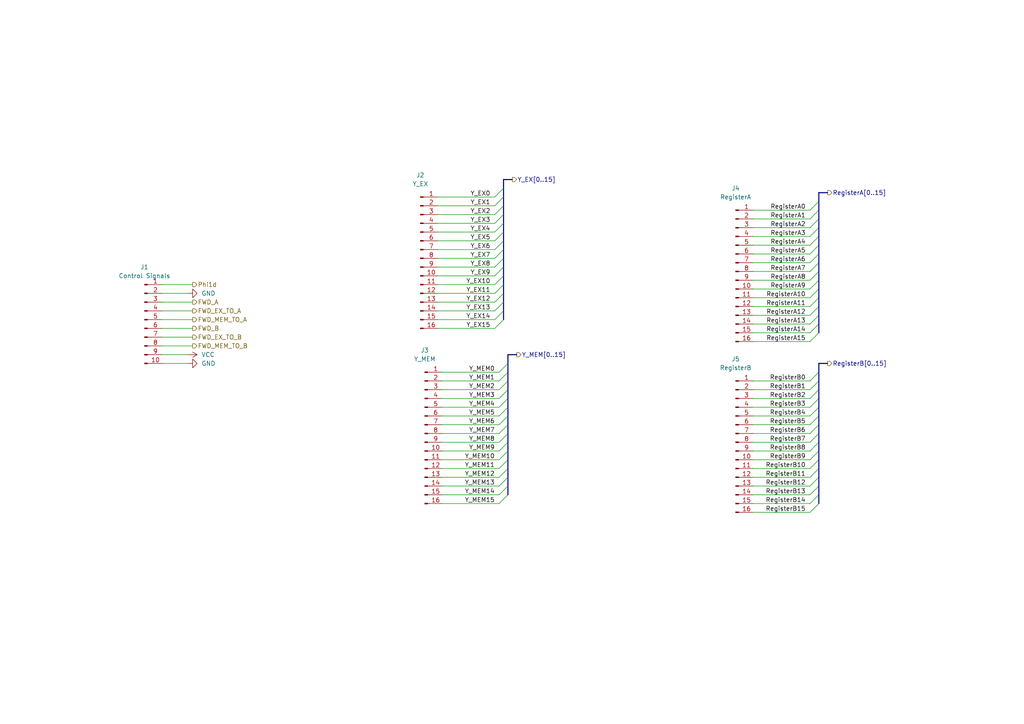
<source format=kicad_sch>
(kicad_sch (version 20250114) (generator "eeschema") (generator_version "9.0")
  (paper "A4")
  (title_block (date "2022-04-13") (rev "A"))
  (lib_symbols
    (symbol "Connector:Conn_01x10_Male" (pin_names (offset 1.016) (hide yes))
      (property "Reference" "J" (at 0 12.7 0))
      (property "Value" "Conn_01x10_Male" (at 0 -15.24 0))
      (symbol "Conn_01x10_Male_1_1"
        (rectangle (start 0.8636 10.287) (end 0 10.033) (stroke (width 0.1524)) (fill (type outline)))
        (rectangle (start 0.8636 7.747) (end 0 7.493) (stroke (width 0.1524)) (fill (type outline)))
        (rectangle (start 0.8636 5.207) (end 0 4.953) (stroke (width 0.1524)) (fill (type outline)))
        (rectangle (start 0.8636 2.667) (end 0 2.413) (stroke (width 0.1524)) (fill (type outline)))
        (rectangle (start 0.8636 0.127) (end 0 -0.127) (stroke (width 0.1524)) (fill (type outline)))
        (rectangle (start 0.8636 -2.413) (end 0 -2.667) (stroke (width 0.1524)) (fill (type outline)))
        (rectangle (start 0.8636 -4.953) (end 0 -5.207) (stroke (width 0.1524)) (fill (type outline)))
        (rectangle (start 0.8636 -7.493) (end 0 -7.747) (stroke (width 0.1524)) (fill (type outline)))
        (rectangle (start 0.8636 -10.033) (end 0 -10.287) (stroke (width 0.1524)) (fill (type outline)))
        (rectangle (start 0.8636 -12.573) (end 0 -12.827) (stroke (width 0.1524)) (fill (type outline)))
        (polyline (pts (xy 1.27 10.16) (xy 0.8636 10.16)) (stroke (width 0.1524)))
        (polyline (pts (xy 1.27 7.62) (xy 0.8636 7.62)) (stroke (width 0.1524)))
        (polyline (pts (xy 1.27 5.08) (xy 0.8636 5.08)) (stroke (width 0.1524)))
        (polyline (pts (xy 1.27 2.54) (xy 0.8636 2.54)) (stroke (width 0.1524)))
        (polyline (pts (xy 1.27 0) (xy 0.8636 0)) (stroke (width 0.1524)))
        (polyline (pts (xy 1.27 -2.54) (xy 0.8636 -2.54)) (stroke (width 0.1524)))
        (polyline (pts (xy 1.27 -5.08) (xy 0.8636 -5.08)) (stroke (width 0.1524)))
        (polyline (pts (xy 1.27 -7.62) (xy 0.8636 -7.62)) (stroke (width 0.1524)))
        (polyline (pts (xy 1.27 -10.16) (xy 0.8636 -10.16)) (stroke (width 0.1524)))
        (polyline (pts (xy 1.27 -12.7) (xy 0.8636 -12.7)) (stroke (width 0.1524)))
        (pin passive line (at 5.08 10.16 180) (length 3.81) (name "Pin_1") (number "1"))
        (pin passive line (at 5.08 7.62 180) (length 3.81) (name "Pin_2") (number "2"))
        (pin passive line (at 5.08 5.08 180) (length 3.81) (name "Pin_3") (number "3"))
        (pin passive line (at 5.08 2.54 180) (length 3.81) (name "Pin_4") (number "4"))
        (pin passive line (at 5.08 0 180) (length 3.81) (name "Pin_5") (number "5"))
        (pin passive line (at 5.08 -2.54 180) (length 3.81) (name "Pin_6") (number "6"))
        (pin passive line (at 5.08 -5.08 180) (length 3.81) (name "Pin_7") (number "7"))
        (pin passive line (at 5.08 -7.62 180) (length 3.81) (name "Pin_8") (number "8"))
        (pin passive line (at 5.08 -10.16 180) (length 3.81) (name "Pin_9") (number "9"))
        (pin passive line (at 5.08 -12.7 180) (length 3.81) (name "Pin_10") (number "10"))
      )
    )
    (symbol "Connector:Conn_01x16_Male" (pin_names (offset 1.016) (hide yes))
      (property "Reference" "J" (at 0 20.32 0))
      (property "Value" "Conn_01x16_Male" (at 0 -22.86 0))
      (symbol "Conn_01x16_Male_1_1"
        (rectangle (start 0.8636 17.907) (end 0 17.653) (stroke (width 0.1524)) (fill (type outline)))
        (rectangle (start 0.8636 15.367) (end 0 15.113) (stroke (width 0.1524)) (fill (type outline)))
        (rectangle (start 0.8636 12.827) (end 0 12.573) (stroke (width 0.1524)) (fill (type outline)))
        (rectangle (start 0.8636 10.287) (end 0 10.033) (stroke (width 0.1524)) (fill (type outline)))
        (rectangle (start 0.8636 7.747) (end 0 7.493) (stroke (width 0.1524)) (fill (type outline)))
        (rectangle (start 0.8636 5.207) (end 0 4.953) (stroke (width 0.1524)) (fill (type outline)))
        (rectangle (start 0.8636 2.667) (end 0 2.413) (stroke (width 0.1524)) (fill (type outline)))
        (rectangle (start 0.8636 0.127) (end 0 -0.127) (stroke (width 0.1524)) (fill (type outline)))
        (rectangle (start 0.8636 -2.413) (end 0 -2.667) (stroke (width 0.1524)) (fill (type outline)))
        (rectangle (start 0.8636 -4.953) (end 0 -5.207) (stroke (width 0.1524)) (fill (type outline)))
        (rectangle (start 0.8636 -7.493) (end 0 -7.747) (stroke (width 0.1524)) (fill (type outline)))
        (rectangle (start 0.8636 -10.033) (end 0 -10.287) (stroke (width 0.1524)) (fill (type outline)))
        (rectangle (start 0.8636 -12.573) (end 0 -12.827) (stroke (width 0.1524)) (fill (type outline)))
        (rectangle (start 0.8636 -15.113) (end 0 -15.367) (stroke (width 0.1524)) (fill (type outline)))
        (rectangle (start 0.8636 -17.653) (end 0 -17.907) (stroke (width 0.1524)) (fill (type outline)))
        (rectangle (start 0.8636 -20.193) (end 0 -20.447) (stroke (width 0.1524)) (fill (type outline)))
        (polyline (pts (xy 1.27 17.78) (xy 0.8636 17.78)) (stroke (width 0.1524)))
        (polyline (pts (xy 1.27 15.24) (xy 0.8636 15.24)) (stroke (width 0.1524)))
        (polyline (pts (xy 1.27 12.7) (xy 0.8636 12.7)) (stroke (width 0.1524)))
        (polyline (pts (xy 1.27 10.16) (xy 0.8636 10.16)) (stroke (width 0.1524)))
        (polyline (pts (xy 1.27 7.62) (xy 0.8636 7.62)) (stroke (width 0.1524)))
        (polyline (pts (xy 1.27 5.08) (xy 0.8636 5.08)) (stroke (width 0.1524)))
        (polyline (pts (xy 1.27 2.54) (xy 0.8636 2.54)) (stroke (width 0.1524)))
        (polyline (pts (xy 1.27 0) (xy 0.8636 0)) (stroke (width 0.1524)))
        (polyline (pts (xy 1.27 -2.54) (xy 0.8636 -2.54)) (stroke (width 0.1524)))
        (polyline (pts (xy 1.27 -5.08) (xy 0.8636 -5.08)) (stroke (width 0.1524)))
        (polyline (pts (xy 1.27 -7.62) (xy 0.8636 -7.62)) (stroke (width 0.1524)))
        (polyline (pts (xy 1.27 -10.16) (xy 0.8636 -10.16)) (stroke (width 0.1524)))
        (polyline (pts (xy 1.27 -12.7) (xy 0.8636 -12.7)) (stroke (width 0.1524)))
        (polyline (pts (xy 1.27 -15.24) (xy 0.8636 -15.24)) (stroke (width 0.1524)))
        (polyline (pts (xy 1.27 -17.78) (xy 0.8636 -17.78)) (stroke (width 0.1524)))
        (polyline (pts (xy 1.27 -20.32) (xy 0.8636 -20.32)) (stroke (width 0.1524)))
        (pin passive line (at 5.08 17.78 180) (length 3.81) (name "Pin_1") (number "1"))
        (pin passive line (at 5.08 15.24 180) (length 3.81) (name "Pin_2") (number "2"))
        (pin passive line (at 5.08 12.7 180) (length 3.81) (name "Pin_3") (number "3"))
        (pin passive line (at 5.08 10.16 180) (length 3.81) (name "Pin_4") (number "4"))
        (pin passive line (at 5.08 7.62 180) (length 3.81) (name "Pin_5") (number "5"))
        (pin passive line (at 5.08 5.08 180) (length 3.81) (name "Pin_6") (number "6"))
        (pin passive line (at 5.08 2.54 180) (length 3.81) (name "Pin_7") (number "7"))
        (pin passive line (at 5.08 0 180) (length 3.81) (name "Pin_8") (number "8"))
        (pin passive line (at 5.08 -2.54 180) (length 3.81) (name "Pin_9") (number "9"))
        (pin passive line (at 5.08 -5.08 180) (length 3.81) (name "Pin_10") (number "10"))
        (pin passive line (at 5.08 -7.62 180) (length 3.81) (name "Pin_11") (number "11"))
        (pin passive line (at 5.08 -10.16 180) (length 3.81) (name "Pin_12") (number "12"))
        (pin passive line (at 5.08 -12.7 180) (length 3.81) (name "Pin_13") (number "13"))
        (pin passive line (at 5.08 -15.24 180) (length 3.81) (name "Pin_14") (number "14"))
        (pin passive line (at 5.08 -17.78 180) (length 3.81) (name "Pin_15") (number "15"))
        (pin passive line (at 5.08 -20.32 180) (length 3.81) (name "Pin_16") (number "16"))
      )
    )
    (symbol "power:GND" (power) (pin_names (offset 0))
      (property "Value" "GND" (at 0 -3.81 0))
      (symbol "GND_0_1"
        (polyline (pts (xy 0 0) (xy 0 -1.27) (xy 1.27 -1.27) (xy 0 -2.54) (xy -1.27 -1.27) (xy 0 -1.27)))
      )
      (symbol "GND_1_1"
        (pin power_in line (at 0 0 270) (length 0) (hide yes) (name "GND") (number "1"))
      )
    )
    (symbol "power:VCC" (power) (pin_names (offset 0))
      (property "Value" "VCC" (at 0 3.81 0))
      (symbol "VCC_0_1"
        (polyline (pts (xy -0.762 1.27) (xy 0 2.54)))
        (polyline (pts (xy 0 2.54) (xy 0.762 1.27)))
        (polyline (pts (xy 0 0) (xy 0 2.54)))
      )
      (symbol "VCC_1_1"
        (pin power_in line (at 0 0 90) (length 0) (hide yes) (name "VCC") (number "1"))
      )
    )
  )
  (bus_entry (at 146.05 85.09) (size -2.54 2.54))
  (bus_entry (at 237.49 135.89) (size -2.54 2.54))
  (bus_entry (at 237.49 68.58) (size -2.54 2.54))
  (bus_entry (at 237.49 146.05) (size -2.54 2.54))
  (bus_entry (at 146.05 90.17) (size -2.54 2.54))
  (bus_entry (at 146.05 82.55) (size -2.54 2.54))
  (bus_entry (at 146.05 72.39) (size -2.54 2.54))
  (bus_entry (at 237.49 118.11) (size -2.54 2.54))
  (bus_entry (at 237.49 86.36) (size -2.54 2.54))
  (bus_entry (at 146.05 64.77) (size -2.54 2.54))
  (bus_entry (at 237.49 78.74) (size -2.54 2.54))
  (bus_entry (at 237.49 81.28) (size -2.54 2.54))
  (bus_entry (at 237.49 138.43) (size -2.54 2.54))
  (bus_entry (at 147.32 143.51) (size -2.54 2.54))
  (bus_entry (at 147.32 115.57) (size -2.54 2.54))
  (bus_entry (at 237.49 113.03) (size -2.54 2.54))
  (bus_entry (at 146.05 59.69) (size -2.54 2.54))
  (bus_entry (at 237.49 107.95) (size -2.54 2.54))
  (bus_entry (at 147.32 113.03) (size -2.54 2.54))
  (bus_entry (at 146.05 67.31) (size -2.54 2.54))
  (bus_entry (at 237.49 120.65) (size -2.54 2.54))
  (bus_entry (at 237.49 93.98) (size -2.54 2.54))
  (bus_entry (at 237.49 76.2) (size -2.54 2.54))
  (bus_entry (at 237.49 73.66) (size -2.54 2.54))
  (bus_entry (at 146.05 62.23) (size -2.54 2.54))
  (bus_entry (at 237.49 140.97) (size -2.54 2.54))
  (bus_entry (at 147.32 107.95) (size -2.54 2.54))
  (bus_entry (at 146.05 87.63) (size -2.54 2.54))
  (bus_entry (at 237.49 88.9) (size -2.54 2.54))
  (bus_entry (at 147.32 118.11) (size -2.54 2.54))
  (bus_entry (at 147.32 133.35) (size -2.54 2.54))
  (bus_entry (at 147.32 138.43) (size -2.54 2.54))
  (bus_entry (at 237.49 115.57) (size -2.54 2.54))
  (bus_entry (at 237.49 66.04) (size -2.54 2.54))
  (bus_entry (at 146.05 74.93) (size -2.54 2.54))
  (bus_entry (at 237.49 58.42) (size -2.54 2.54))
  (bus_entry (at 237.49 133.35) (size -2.54 2.54))
  (bus_entry (at 146.05 80.01) (size -2.54 2.54))
  (bus_entry (at 237.49 125.73) (size -2.54 2.54))
  (bus_entry (at 237.49 110.49) (size -2.54 2.54))
  (bus_entry (at 147.32 110.49) (size -2.54 2.54))
  (bus_entry (at 147.32 105.41) (size -2.54 2.54))
  (bus_entry (at 146.05 54.61) (size -2.54 2.54))
  (bus_entry (at 237.49 60.96) (size -2.54 2.54))
  (bus_entry (at 237.49 123.19) (size -2.54 2.54))
  (bus_entry (at 147.32 135.89) (size -2.54 2.54))
  (bus_entry (at 147.32 130.81) (size -2.54 2.54))
  (bus_entry (at 237.49 91.44) (size -2.54 2.54))
  (bus_entry (at 147.32 120.65) (size -2.54 2.54))
  (bus_entry (at 147.32 125.73) (size -2.54 2.54))
  (bus_entry (at 237.49 130.81) (size -2.54 2.54))
  (bus_entry (at 146.05 77.47) (size -2.54 2.54))
  (bus_entry (at 237.49 71.12) (size -2.54 2.54))
  (bus_entry (at 146.05 92.71) (size -2.54 2.54))
  (bus_entry (at 237.49 83.82) (size -2.54 2.54))
  (bus_entry (at 237.49 128.27) (size -2.54 2.54))
  (bus_entry (at 146.05 57.15) (size -2.54 2.54))
  (bus_entry (at 237.49 63.5) (size -2.54 2.54))
  (bus_entry (at 237.49 143.51) (size -2.54 2.54))
  (bus_entry (at 237.49 96.52) (size -2.54 2.54))
  (bus_entry (at 147.32 140.97) (size -2.54 2.54))
  (bus_entry (at 147.32 128.27) (size -2.54 2.54))
  (bus_entry (at 147.32 123.19) (size -2.54 2.54))
  (bus_entry (at 146.05 69.85) (size -2.54 2.54))
  (wire (pts (xy 46.99 100.33) (xy 55.88 100.33)))
  (bus (pts (xy 147.32 135.89) (xy 147.32 138.43)))
  (bus (pts (xy 146.05 54.61) (xy 146.05 57.15)))
  (wire (pts (xy 143.51 92.71) (xy 127 92.71)))
  (wire (pts (xy 234.95 81.28) (xy 218.44 81.28)))
  (bus (pts (xy 240.03 55.88) (xy 237.49 55.88)))
  (wire (pts (xy 234.95 115.57) (xy 218.44 115.57)))
  (bus (pts (xy 149.86 102.87) (xy 147.32 102.87)))
  (wire (pts (xy 234.95 86.36) (xy 218.44 86.36)))
  (bus (pts (xy 146.05 59.69) (xy 146.05 62.23)))
  (bus (pts (xy 237.49 71.12) (xy 237.49 73.66)))
  (wire (pts (xy 46.99 92.71) (xy 55.88 92.71)))
  (wire (pts (xy 234.95 123.19) (xy 218.44 123.19)))
  (bus (pts (xy 237.49 55.88) (xy 237.49 58.42)))
  (bus (pts (xy 237.49 113.03) (xy 237.49 115.57)))
  (wire (pts (xy 234.95 130.81) (xy 218.44 130.81)))
  (wire (pts (xy 143.51 80.01) (xy 127 80.01)))
  (wire (pts (xy 234.95 135.89) (xy 218.44 135.89)))
  (wire (pts (xy 234.95 99.06) (xy 218.44 99.06)))
  (bus (pts (xy 237.49 120.65) (xy 237.49 123.19)))
  (wire (pts (xy 144.78 125.73) (xy 128.27 125.73)))
  (bus (pts (xy 237.49 68.58) (xy 237.49 71.12)))
  (bus (pts (xy 237.49 93.98) (xy 237.49 96.52)))
  (bus (pts (xy 240.03 105.41) (xy 237.49 105.41)))
  (bus (pts (xy 146.05 52.07) (xy 146.05 54.61)))
  (wire (pts (xy 144.78 135.89) (xy 128.27 135.89)))
  (bus (pts (xy 237.49 73.66) (xy 237.49 76.2)))
  (bus (pts (xy 237.49 135.89) (xy 237.49 138.43)))
  (bus (pts (xy 237.49 107.95) (xy 237.49 110.49)))
  (wire (pts (xy 234.95 83.82) (xy 218.44 83.82)))
  (bus (pts (xy 147.32 130.81) (xy 147.32 133.35)))
  (bus (pts (xy 147.32 102.87) (xy 147.32 105.41)))
  (wire (pts (xy 144.78 113.03) (xy 128.27 113.03)))
  (wire (pts (xy 234.95 93.98) (xy 218.44 93.98)))
  (wire (pts (xy 144.78 110.49) (xy 128.27 110.49)))
  (bus (pts (xy 146.05 64.77) (xy 146.05 67.31)))
  (wire (pts (xy 143.51 67.31) (xy 127 67.31)))
  (bus (pts (xy 237.49 58.42) (xy 237.49 60.96)))
  (bus (pts (xy 147.32 120.65) (xy 147.32 123.19)))
  (bus (pts (xy 237.49 110.49) (xy 237.49 113.03)))
  (wire (pts (xy 144.78 128.27) (xy 128.27 128.27)))
  (bus (pts (xy 237.49 123.19) (xy 237.49 125.73)))
  (wire (pts (xy 234.95 71.12) (xy 218.44 71.12)))
  (bus (pts (xy 237.49 133.35) (xy 237.49 135.89)))
  (bus (pts (xy 148.59 52.07) (xy 146.05 52.07)))
  (bus (pts (xy 147.32 128.27) (xy 147.32 130.81)))
  (bus (pts (xy 146.05 62.23) (xy 146.05 64.77)))
  (wire (pts (xy 234.95 146.05) (xy 218.44 146.05)))
  (bus (pts (xy 237.49 63.5) (xy 237.49 66.04)))
  (wire (pts (xy 143.51 87.63) (xy 127 87.63)))
  (wire (pts (xy 144.78 120.65) (xy 128.27 120.65)))
  (wire (pts (xy 143.51 57.15) (xy 127 57.15)))
  (wire (pts (xy 144.78 107.95) (xy 128.27 107.95)))
  (bus (pts (xy 237.49 60.96) (xy 237.49 63.5)))
  (bus (pts (xy 147.32 110.49) (xy 147.32 113.03)))
  (bus (pts (xy 146.05 77.47) (xy 146.05 80.01)))
  (wire (pts (xy 234.95 91.44) (xy 218.44 91.44)))
  (bus (pts (xy 147.32 105.41) (xy 147.32 107.95)))
  (wire (pts (xy 234.95 66.04) (xy 218.44 66.04)))
  (wire (pts (xy 143.51 90.17) (xy 127 90.17)))
  (wire (pts (xy 46.99 95.25) (xy 55.88 95.25)))
  (wire (pts (xy 143.51 69.85) (xy 127 69.85)))
  (bus (pts (xy 237.49 118.11) (xy 237.49 120.65)))
  (wire (pts (xy 46.99 90.17) (xy 55.88 90.17)))
  (wire (pts (xy 234.95 120.65) (xy 218.44 120.65)))
  (bus (pts (xy 146.05 85.09) (xy 146.05 87.63)))
  (bus (pts (xy 237.49 81.28) (xy 237.49 83.82)))
  (wire (pts (xy 143.51 64.77) (xy 127 64.77)))
  (wire (pts (xy 234.95 113.03) (xy 218.44 113.03)))
  (wire (pts (xy 234.95 60.96) (xy 218.44 60.96)))
  (wire (pts (xy 234.95 63.5) (xy 218.44 63.5)))
  (bus (pts (xy 146.05 67.31) (xy 146.05 69.85)))
  (wire (pts (xy 143.51 77.47) (xy 127 77.47)))
  (wire (pts (xy 144.78 143.51) (xy 128.27 143.51)))
  (wire (pts (xy 46.99 102.87) (xy 54.61 102.87)))
  (wire (pts (xy 143.51 82.55) (xy 127 82.55)))
  (wire (pts (xy 234.95 143.51) (xy 218.44 143.51)))
  (wire (pts (xy 144.78 133.35) (xy 128.27 133.35)))
  (bus (pts (xy 237.49 128.27) (xy 237.49 130.81)))
  (wire (pts (xy 234.95 68.58) (xy 218.44 68.58)))
  (wire (pts (xy 46.99 97.79) (xy 55.88 97.79)))
  (wire (pts (xy 46.99 87.63) (xy 55.88 87.63)))
  (wire (pts (xy 143.51 59.69) (xy 127 59.69)))
  (wire (pts (xy 234.95 138.43) (xy 218.44 138.43)))
  (bus (pts (xy 147.32 113.03) (xy 147.32 115.57)))
  (bus (pts (xy 237.49 143.51) (xy 237.49 146.05)))
  (wire (pts (xy 234.95 148.59) (xy 218.44 148.59)))
  (wire (pts (xy 234.95 133.35) (xy 218.44 133.35)))
  (wire (pts (xy 234.95 78.74) (xy 218.44 78.74)))
  (wire (pts (xy 143.51 95.25) (xy 127 95.25)))
  (bus (pts (xy 147.32 107.95) (xy 147.32 110.49)))
  (wire (pts (xy 234.95 88.9) (xy 218.44 88.9)))
  (wire (pts (xy 143.51 74.93) (xy 127 74.93)))
  (bus (pts (xy 147.32 133.35) (xy 147.32 135.89)))
  (wire (pts (xy 143.51 62.23) (xy 127 62.23)))
  (wire (pts (xy 144.78 130.81) (xy 128.27 130.81)))
  (wire (pts (xy 234.95 140.97) (xy 218.44 140.97)))
  (wire (pts (xy 234.95 118.11) (xy 218.44 118.11)))
  (wire (pts (xy 144.78 146.05) (xy 128.27 146.05)))
  (wire (pts (xy 144.78 138.43) (xy 128.27 138.43)))
  (bus (pts (xy 237.49 91.44) (xy 237.49 93.98)))
  (wire (pts (xy 144.78 140.97) (xy 128.27 140.97)))
  (bus (pts (xy 146.05 72.39) (xy 146.05 74.93)))
  (bus (pts (xy 237.49 88.9) (xy 237.49 91.44)))
  (bus (pts (xy 146.05 69.85) (xy 146.05 72.39)))
  (bus (pts (xy 237.49 86.36) (xy 237.49 88.9)))
  (wire (pts (xy 46.99 85.09) (xy 54.61 85.09)))
  (bus (pts (xy 237.49 125.73) (xy 237.49 128.27)))
  (bus (pts (xy 237.49 105.41) (xy 237.49 107.95)))
  (bus (pts (xy 146.05 57.15) (xy 146.05 59.69)))
  (bus (pts (xy 237.49 66.04) (xy 237.49 68.58)))
  (wire (pts (xy 46.99 82.55) (xy 55.88 82.55)))
  (wire (pts (xy 144.78 123.19) (xy 128.27 123.19)))
  (bus (pts (xy 147.32 123.19) (xy 147.32 125.73)))
  (wire (pts (xy 234.95 73.66) (xy 218.44 73.66)))
  (bus (pts (xy 147.32 118.11) (xy 147.32 120.65)))
  (bus (pts (xy 237.49 76.2) (xy 237.49 78.74)))
  (bus (pts (xy 147.32 140.97) (xy 147.32 143.51)))
  (bus (pts (xy 146.05 80.01) (xy 146.05 82.55)))
  (wire (pts (xy 234.95 125.73) (xy 218.44 125.73)))
  (bus (pts (xy 146.05 90.17) (xy 146.05 92.71)))
  (bus (pts (xy 147.32 125.73) (xy 147.32 128.27)))
  (bus (pts (xy 237.49 140.97) (xy 237.49 143.51)))
  (wire (pts (xy 144.78 115.57) (xy 128.27 115.57)))
  (bus (pts (xy 237.49 83.82) (xy 237.49 86.36)))
  (wire (pts (xy 234.95 76.2) (xy 218.44 76.2)))
  (bus (pts (xy 237.49 138.43) (xy 237.49 140.97)))
  (bus (pts (xy 147.32 115.57) (xy 147.32 118.11)))
  (wire (pts (xy 234.95 128.27) (xy 218.44 128.27)))
  (bus (pts (xy 146.05 82.55) (xy 146.05 85.09)))
  (wire (pts (xy 46.99 105.41) (xy 54.61 105.41)))
  (wire (pts (xy 144.78 118.11) (xy 128.27 118.11)))
  (bus (pts (xy 237.49 115.57) (xy 237.49 118.11)))
  (wire (pts (xy 143.51 85.09) (xy 127 85.09)))
  (wire (pts (xy 234.95 96.52) (xy 218.44 96.52)))
  (bus (pts (xy 146.05 74.93) (xy 146.05 77.47)))
  (wire (pts (xy 234.95 110.49) (xy 218.44 110.49)))
  (bus (pts (xy 147.32 138.43) (xy 147.32 140.97)))
  (bus (pts (xy 146.05 87.63) (xy 146.05 90.17)))
  (bus (pts (xy 237.49 78.74) (xy 237.49 81.28)))
  (wire (pts (xy 143.51 72.39) (xy 127 72.39)))
  (bus (pts (xy 237.49 130.81) (xy 237.49 133.35)))
  (label "Y_EX7" (at 142.24 74.93 180))
  (label "RegisterA0" (at 233.68 60.96 180))
  (label "Y_MEM2" (at 143.51 113.03 180))
  (label "Y_EX1" (at 142.24 59.69 180))
  (label "Y_EX4" (at 142.24 67.31 180))
  (label "Y_EX5" (at 142.24 69.85 180))
  (label "Y_EX11" (at 142.24 85.09 180))
  (label "Y_MEM12" (at 143.51 138.43 180))
  (label "Y_EX15" (at 142.24 95.25 180))
  (label "Y_EX12" (at 142.24 87.63 180))
  (label "RegisterA15" (at 233.68 99.06 180))
  (label "Y_MEM7" (at 143.51 125.73 180))
  (label "Y_EX9" (at 142.24 80.01 180))
  (label "Y_EX13" (at 142.24 90.17 180))
  (label "RegisterB0" (at 233.68 110.49 180))
  (label "Y_MEM6" (at 143.51 123.19 180))
  (label "RegisterA2" (at 233.68 66.04 180))
  (label "RegisterA10" (at 233.68 86.36 180))
  (label "RegisterB1" (at 233.68 113.03 180))
  (label "Y_EX2" (at 142.24 62.23 180))
  (label "Y_MEM4" (at 143.51 118.11 180))
  (label "RegisterB10" (at 233.68 135.89 180))
  (label "Y_MEM1" (at 143.51 110.49 180))
  (label "Y_EX14" (at 142.24 92.71 180))
  (label "Y_EX6" (at 142.24 72.39 180))
  (label "Y_MEM0" (at 143.51 107.95 180))
  (label "Y_EX3" (at 142.24 64.77 180))
  (label "RegisterA5" (at 233.68 73.66 180))
  (label "RegisterA11" (at 233.68 88.9 180))
  (label "Y_MEM8" (at 143.51 128.27 180))
  (label "RegisterB7" (at 233.68 128.27 180))
  (label "RegisterB11" (at 233.68 138.43 180))
  (label "RegisterA7" (at 233.68 78.74 180))
  (label "RegisterB14" (at 233.68 146.05 180))
  (label "RegisterB13" (at 233.68 143.51 180))
  (label "Y_EX10" (at 142.24 82.55 180))
  (label "RegisterB9" (at 233.68 133.35 180))
  (label "RegisterA9" (at 233.68 83.82 180))
  (label "RegisterA3" (at 233.68 68.58 180))
  (label "RegisterB12" (at 233.68 140.97 180))
  (label "RegisterA4" (at 233.68 71.12 180))
  (label "Y_MEM14" (at 143.51 143.51 180))
  (label "Y_MEM15" (at 143.51 146.05 180))
  (label "RegisterB15" (at 233.68 148.59 180))
  (label "Y_MEM9" (at 143.51 130.81 180))
  (label "RegisterB2" (at 233.68 115.57 180))
  (label "RegisterA8" (at 233.68 81.28 180))
  (label "RegisterB8" (at 233.68 130.81 180))
  (label "RegisterA13" (at 233.68 93.98 180))
  (label "Y_EX8" (at 142.24 77.47 180))
  (label "Y_MEM5" (at 143.51 120.65 180))
  (label "RegisterB3" (at 233.68 118.11 180))
  (label "Y_MEM13" (at 143.51 140.97 180))
  (label "Y_MEM10" (at 143.51 133.35 180))
  (label "Y_MEM3" (at 143.51 115.57 180))
  (label "RegisterB6" (at 233.68 125.73 180))
  (label "RegisterA1" (at 233.68 63.5 180))
  (label "RegisterA12" (at 233.68 91.44 180))
  (label "Y_EX0" (at 142.24 57.15 180))
  (label "RegisterA6" (at 233.68 76.2 180))
  (label "Y_MEM11" (at 143.51 135.89 180))
  (label "RegisterA14" (at 233.68 96.52 180))
  (label "RegisterB4" (at 233.68 120.65 180))
  (label "RegisterB5" (at 233.68 123.19 180))
  (hierarchical_label "FWD_A" (shape output) (at 55.88 87.63 0))
  (hierarchical_label "Y_EX[0..15]" (shape output) (at 148.59 52.07 0))
  (hierarchical_label "Y_MEM[0..15]" (shape output) (at 149.86 102.87 0))
  (hierarchical_label "FWD_B" (shape output) (at 55.88 95.25 0))
  (hierarchical_label "FWD_MEM_TO_A" (shape output) (at 55.88 92.71 0))
  (hierarchical_label "FWD_EX_TO_A" (shape output) (at 55.88 90.17 0))
  (hierarchical_label "RegisterB[0..15]" (shape output) (at 240.03 105.41 0))
  (hierarchical_label "FWD_MEM_TO_B" (shape output) (at 55.88 100.33 0))
  (hierarchical_label "Phi1d" (shape output) (at 55.88 82.55 0))
  (hierarchical_label "FWD_EX_TO_B" (shape output) (at 55.88 97.79 0))
  (hierarchical_label "RegisterA[0..15]" (shape output) (at 240.03 55.88 0))
  (symbol (lib_id "Connector:Conn_01x10_Male") (at 41.91 92.71 0) (unit 1)
    (property "Reference" "J1" (at 41.91 77.47 0))
    (property "Value" "Control Signals" (at 41.91 80.01 0))
    (property "Footprint" "Connector_PinHeader_2.54mm:PinHeader_1x10_P2.54mm_Vertical" (effects (hide yes)))
  )
  (symbol (lib_id "Connector:Conn_01x16_Male") (at 213.36 128.27 0) (unit 1)
    (property "Reference" "J5" (at 213.36 104.14 0))
    (property "Value" "RegisterB" (at 213.36 106.68 0))
    (property "Footprint" "Connector_PinHeader_2.54mm:PinHeader_1x16_P2.54mm_Vertical" (effects (hide yes)))
  )
  (symbol (lib_id "Connector:Conn_01x16_Male") (at 123.19 125.73 0) (unit 1)
    (property "Reference" "J3" (at 123.19 101.6 0))
    (property "Value" "Y_MEM" (at 123.19 104.14 0))
    (property "Footprint" "Connector_PinHeader_2.54mm:PinHeader_1x16_P2.54mm_Vertical" (effects (hide yes)))
  )
  (symbol (lib_id "Connector:Conn_01x16_Male") (at 213.36 78.74 0) (unit 1)
    (property "Reference" "J4" (at 213.36 54.61 0))
    (property "Value" "RegisterA" (at 213.36 57.15 0))
    (property "Footprint" "Connector_PinHeader_2.54mm:PinHeader_1x16_P2.54mm_Vertical" (effects (hide yes)))
  )
  (symbol (lib_id "power:VCC") (at 54.61 102.87 270) (unit 1)
    (property "Reference" "#PWR041" (effects (hide yes)))
    (property "Value" "VCC" (at 58.42 102.8699 90) (effects (justify left)))
  )
  (symbol (lib_id "power:GND") (at 54.61 105.41 90) (unit 1)
    (property "Reference" "#PWR040" (effects (hide yes)))
    (property "Value" "GND" (at 58.42 105.4099 90) (effects (justify right)))
  )
  (symbol (lib_id "Connector:Conn_01x16_Male") (at 121.92 74.93 0) (unit 1)
    (property "Reference" "J2" (at 121.92 50.8 0))
    (property "Value" "Y_EX" (at 121.92 53.34 0))
    (property "Footprint" "Connector_PinHeader_2.54mm:PinHeader_1x16_P2.54mm_Vertical" (effects (hide yes)))
  )
  (symbol (lib_id "power:GND") (at 54.61 85.09 90) (unit 1)
    (property "Reference" "#PWR039" (effects (hide yes)))
    (property "Value" "GND" (at 58.42 85.0899 90) (effects (justify right)))
  )
)
</source>
